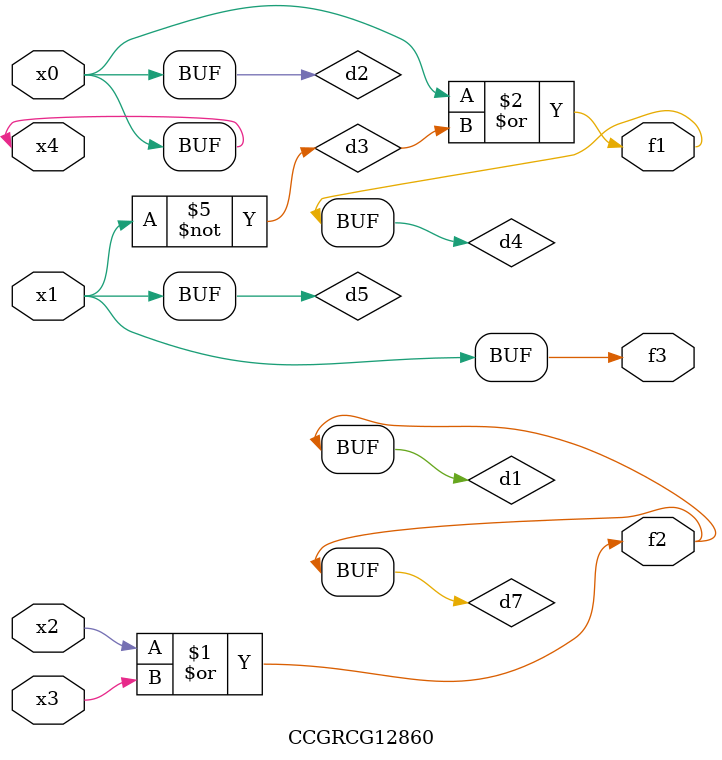
<source format=v>
module CCGRCG12860(
	input x0, x1, x2, x3, x4,
	output f1, f2, f3
);

	wire d1, d2, d3, d4, d5, d6, d7;

	or (d1, x2, x3);
	buf (d2, x0, x4);
	not (d3, x1);
	or (d4, d2, d3);
	not (d5, d3);
	nand (d6, d1, d3);
	or (d7, d1);
	assign f1 = d4;
	assign f2 = d7;
	assign f3 = d5;
endmodule

</source>
